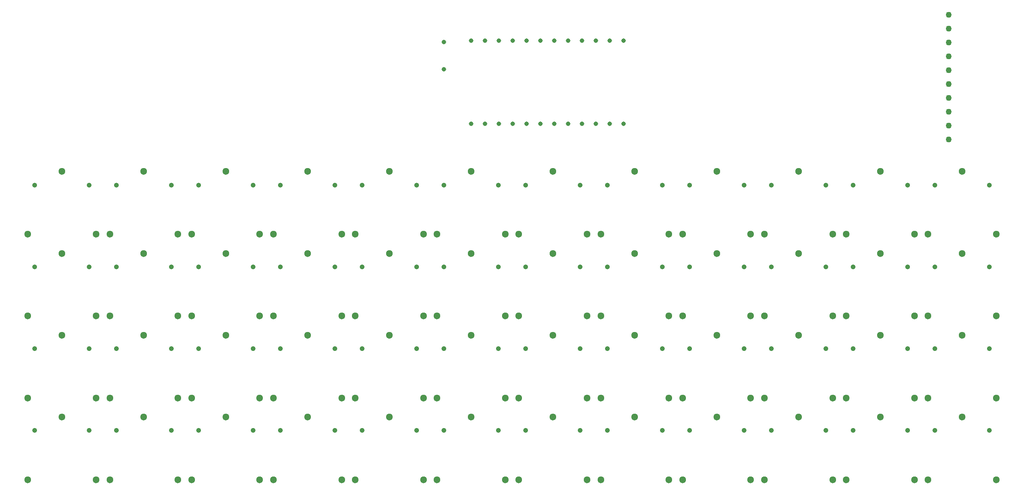
<source format=gbr>
%TF.GenerationSoftware,KiCad,Pcbnew,5.1.10*%
%TF.CreationDate,2021-12-10T20:41:10+01:00*%
%TF.ProjectId,Tastatur,54617374-6174-4757-922e-6b696361645f,rev?*%
%TF.SameCoordinates,Original*%
%TF.FileFunction,Plated,1,2,PTH,Drill*%
%TF.FilePolarity,Positive*%
%FSLAX46Y46*%
G04 Gerber Fmt 4.6, Leading zero omitted, Abs format (unit mm)*
G04 Created by KiCad (PCBNEW 5.1.10) date 2021-12-10 20:41:10*
%MOMM*%
%LPD*%
G01*
G04 APERTURE LIST*
%TA.AperFunction,ComponentDrill*%
%ADD10C,0.800000*%
%TD*%
%TA.AperFunction,ComponentDrill*%
%ADD11C,0.900000*%
%TD*%
%TA.AperFunction,ComponentDrill*%
%ADD12C,1.090000*%
%TD*%
%TA.AperFunction,ComponentDrill*%
%ADD13C,1.300000*%
%TD*%
G04 APERTURE END LIST*
D10*
%TO.C,C12*%
X145000000Y-45000000D03*
X145000000Y-50000000D03*
%TO.C,U1*%
X150000000Y-44760000D03*
X150000000Y-60000000D03*
X152540000Y-44760000D03*
X152540000Y-60000000D03*
X155080000Y-44760000D03*
X155080000Y-60000000D03*
X157620000Y-44760000D03*
X157620000Y-60000000D03*
X160160000Y-44760000D03*
X160160000Y-60000000D03*
X162700000Y-44760000D03*
X162700000Y-60000000D03*
X165240000Y-44760000D03*
X165240000Y-60000000D03*
X167780000Y-44760000D03*
X167780000Y-60000000D03*
X170320000Y-44760000D03*
X170320000Y-60000000D03*
X172860000Y-44760000D03*
X172860000Y-60000000D03*
X175400000Y-44760000D03*
X175400000Y-60000000D03*
X177940000Y-44760000D03*
X177940000Y-60000000D03*
D11*
%TO.C,SW1*%
X70000000Y-71250000D03*
%TO.C,SW13*%
X70000000Y-86250000D03*
%TO.C,SW25*%
X70000000Y-101250000D03*
%TO.C,SW37*%
X70000000Y-116250000D03*
%TO.C,SW1*%
X80000000Y-71250000D03*
%TO.C,SW13*%
X80000000Y-86250000D03*
%TO.C,SW25*%
X80000000Y-101250000D03*
%TO.C,SW37*%
X80000000Y-116250000D03*
%TO.C,SW2*%
X85000000Y-71250000D03*
%TO.C,SW14*%
X85000000Y-86250000D03*
%TO.C,SW26*%
X85000000Y-101250000D03*
%TO.C,SW38*%
X85000000Y-116250000D03*
%TO.C,SW2*%
X95000000Y-71250000D03*
%TO.C,SW14*%
X95000000Y-86250000D03*
%TO.C,SW26*%
X95000000Y-101250000D03*
%TO.C,SW38*%
X95000000Y-116250000D03*
%TO.C,SW3*%
X100000000Y-71250000D03*
%TO.C,SW15*%
X100000000Y-86250000D03*
%TO.C,SW27*%
X100000000Y-101250000D03*
%TO.C,SW39*%
X100000000Y-116250000D03*
%TO.C,SW3*%
X110000000Y-71250000D03*
%TO.C,SW15*%
X110000000Y-86250000D03*
%TO.C,SW27*%
X110000000Y-101250000D03*
%TO.C,SW39*%
X110000000Y-116250000D03*
%TO.C,SW4*%
X115000000Y-71250000D03*
%TO.C,SW16*%
X115000000Y-86250000D03*
%TO.C,SW28*%
X115000000Y-101250000D03*
%TO.C,SW40*%
X115000000Y-116250000D03*
%TO.C,SW4*%
X125000000Y-71250000D03*
%TO.C,SW16*%
X125000000Y-86250000D03*
%TO.C,SW28*%
X125000000Y-101250000D03*
%TO.C,SW40*%
X125000000Y-116250000D03*
%TO.C,SW5*%
X130000000Y-71250000D03*
%TO.C,SW17*%
X130000000Y-86250000D03*
%TO.C,SW29*%
X130000000Y-101250000D03*
%TO.C,SW41*%
X130000000Y-116250000D03*
%TO.C,SW5*%
X140000000Y-71250000D03*
%TO.C,SW17*%
X140000000Y-86250000D03*
%TO.C,SW29*%
X140000000Y-101250000D03*
%TO.C,SW41*%
X140000000Y-116250000D03*
%TO.C,SW6*%
X145000000Y-71250000D03*
%TO.C,SW18*%
X145000000Y-86250000D03*
%TO.C,SW30*%
X145000000Y-101250000D03*
%TO.C,SW42*%
X145000000Y-116250000D03*
%TO.C,SW6*%
X155000000Y-71250000D03*
%TO.C,SW18*%
X155000000Y-86250000D03*
%TO.C,SW30*%
X155000000Y-101250000D03*
%TO.C,SW42*%
X155000000Y-116250000D03*
%TO.C,SW7*%
X160000000Y-71250000D03*
%TO.C,SW19*%
X160000000Y-86250000D03*
%TO.C,SW31*%
X160000000Y-101250000D03*
%TO.C,SW43*%
X160000000Y-116250000D03*
%TO.C,SW7*%
X170000000Y-71250000D03*
%TO.C,SW19*%
X170000000Y-86250000D03*
%TO.C,SW31*%
X170000000Y-101250000D03*
%TO.C,SW43*%
X170000000Y-116250000D03*
%TO.C,SW8*%
X175000000Y-71250000D03*
%TO.C,SW20*%
X175000000Y-86250000D03*
%TO.C,SW32*%
X175000000Y-101250000D03*
%TO.C,SW44*%
X175000000Y-116250000D03*
%TO.C,SW8*%
X185000000Y-71250000D03*
%TO.C,SW20*%
X185000000Y-86250000D03*
%TO.C,SW32*%
X185000000Y-101250000D03*
%TO.C,SW44*%
X185000000Y-116250000D03*
%TO.C,SW9*%
X190000000Y-71250000D03*
%TO.C,SW21*%
X190000000Y-86250000D03*
%TO.C,SW33*%
X190000000Y-101250000D03*
%TO.C,SW45*%
X190000000Y-116250000D03*
%TO.C,SW9*%
X200000000Y-71250000D03*
%TO.C,SW21*%
X200000000Y-86250000D03*
%TO.C,SW33*%
X200000000Y-101250000D03*
%TO.C,SW45*%
X200000000Y-116250000D03*
%TO.C,SW10*%
X205000000Y-71250000D03*
%TO.C,SW22*%
X205000000Y-86250000D03*
%TO.C,SW34*%
X205000000Y-101250000D03*
%TO.C,SW46*%
X205000000Y-116250000D03*
%TO.C,SW10*%
X215000000Y-71250000D03*
%TO.C,SW22*%
X215000000Y-86250000D03*
%TO.C,SW34*%
X215000000Y-101250000D03*
%TO.C,SW46*%
X215000000Y-116250000D03*
%TO.C,SW11*%
X220000000Y-71250000D03*
%TO.C,SW23*%
X220000000Y-86250000D03*
%TO.C,SW35*%
X220000000Y-101250000D03*
%TO.C,SW47*%
X220000000Y-116250000D03*
%TO.C,SW11*%
X230000000Y-71250000D03*
%TO.C,SW23*%
X230000000Y-86250000D03*
%TO.C,SW35*%
X230000000Y-101250000D03*
%TO.C,SW47*%
X230000000Y-116250000D03*
%TO.C,SW12*%
X235000000Y-71250000D03*
%TO.C,SW24*%
X235000000Y-86250000D03*
%TO.C,SW36*%
X235000000Y-101250000D03*
%TO.C,SW48*%
X235000000Y-116250000D03*
%TO.C,SW12*%
X245000000Y-71250000D03*
%TO.C,SW24*%
X245000000Y-86250000D03*
%TO.C,SW36*%
X245000000Y-101250000D03*
%TO.C,SW48*%
X245000000Y-116250000D03*
D12*
%TO.C,X11*%
X237500000Y-40000000D03*
X237500000Y-42540000D03*
X237500000Y-45080000D03*
X237500000Y-47620000D03*
X237500000Y-50160000D03*
X237500000Y-52700000D03*
X237500000Y-55240000D03*
X237500000Y-57780000D03*
X237500000Y-60320000D03*
X237500000Y-62860000D03*
D13*
%TO.C,SW1*%
X68750000Y-80250000D03*
%TO.C,SW13*%
X68750000Y-95250000D03*
%TO.C,SW25*%
X68750000Y-110250000D03*
%TO.C,SW37*%
X68750000Y-125250000D03*
%TO.C,SW1*%
X75000000Y-68750000D03*
%TO.C,SW13*%
X75000000Y-83750000D03*
%TO.C,SW25*%
X75000000Y-98750000D03*
%TO.C,SW37*%
X75000000Y-113750000D03*
%TO.C,SW1*%
X81250000Y-80250000D03*
%TO.C,SW13*%
X81250000Y-95250000D03*
%TO.C,SW25*%
X81250000Y-110250000D03*
%TO.C,SW37*%
X81250000Y-125250000D03*
%TO.C,SW2*%
X83750000Y-80250000D03*
%TO.C,SW14*%
X83750000Y-95250000D03*
%TO.C,SW26*%
X83750000Y-110250000D03*
%TO.C,SW38*%
X83750000Y-125250000D03*
%TO.C,SW2*%
X90000000Y-68750000D03*
%TO.C,SW14*%
X90000000Y-83750000D03*
%TO.C,SW26*%
X90000000Y-98750000D03*
%TO.C,SW38*%
X90000000Y-113750000D03*
%TO.C,SW2*%
X96250000Y-80250000D03*
%TO.C,SW14*%
X96250000Y-95250000D03*
%TO.C,SW26*%
X96250000Y-110250000D03*
%TO.C,SW38*%
X96250000Y-125250000D03*
%TO.C,SW3*%
X98750000Y-80250000D03*
%TO.C,SW15*%
X98750000Y-95250000D03*
%TO.C,SW27*%
X98750000Y-110250000D03*
%TO.C,SW39*%
X98750000Y-125250000D03*
%TO.C,SW3*%
X105000000Y-68750000D03*
%TO.C,SW15*%
X105000000Y-83750000D03*
%TO.C,SW27*%
X105000000Y-98750000D03*
%TO.C,SW39*%
X105000000Y-113750000D03*
%TO.C,SW3*%
X111250000Y-80250000D03*
%TO.C,SW15*%
X111250000Y-95250000D03*
%TO.C,SW27*%
X111250000Y-110250000D03*
%TO.C,SW39*%
X111250000Y-125250000D03*
%TO.C,SW4*%
X113750000Y-80250000D03*
%TO.C,SW16*%
X113750000Y-95250000D03*
%TO.C,SW28*%
X113750000Y-110250000D03*
%TO.C,SW40*%
X113750000Y-125250000D03*
%TO.C,SW4*%
X120000000Y-68750000D03*
%TO.C,SW16*%
X120000000Y-83750000D03*
%TO.C,SW28*%
X120000000Y-98750000D03*
%TO.C,SW40*%
X120000000Y-113750000D03*
%TO.C,SW4*%
X126250000Y-80250000D03*
%TO.C,SW16*%
X126250000Y-95250000D03*
%TO.C,SW28*%
X126250000Y-110250000D03*
%TO.C,SW40*%
X126250000Y-125250000D03*
%TO.C,SW5*%
X128750000Y-80250000D03*
%TO.C,SW17*%
X128750000Y-95250000D03*
%TO.C,SW29*%
X128750000Y-110250000D03*
%TO.C,SW41*%
X128750000Y-125250000D03*
%TO.C,SW5*%
X135000000Y-68750000D03*
%TO.C,SW17*%
X135000000Y-83750000D03*
%TO.C,SW29*%
X135000000Y-98750000D03*
%TO.C,SW41*%
X135000000Y-113750000D03*
%TO.C,SW5*%
X141250000Y-80250000D03*
%TO.C,SW17*%
X141250000Y-95250000D03*
%TO.C,SW29*%
X141250000Y-110250000D03*
%TO.C,SW41*%
X141250000Y-125250000D03*
%TO.C,SW6*%
X143750000Y-80250000D03*
%TO.C,SW18*%
X143750000Y-95250000D03*
%TO.C,SW30*%
X143750000Y-110250000D03*
%TO.C,SW42*%
X143750000Y-125250000D03*
%TO.C,SW6*%
X150000000Y-68750000D03*
%TO.C,SW18*%
X150000000Y-83750000D03*
%TO.C,SW30*%
X150000000Y-98750000D03*
%TO.C,SW42*%
X150000000Y-113750000D03*
%TO.C,SW6*%
X156250000Y-80250000D03*
%TO.C,SW18*%
X156250000Y-95250000D03*
%TO.C,SW30*%
X156250000Y-110250000D03*
%TO.C,SW42*%
X156250000Y-125250000D03*
%TO.C,SW7*%
X158750000Y-80250000D03*
%TO.C,SW19*%
X158750000Y-95250000D03*
%TO.C,SW31*%
X158750000Y-110250000D03*
%TO.C,SW43*%
X158750000Y-125250000D03*
%TO.C,SW7*%
X165000000Y-68750000D03*
%TO.C,SW19*%
X165000000Y-83750000D03*
%TO.C,SW31*%
X165000000Y-98750000D03*
%TO.C,SW43*%
X165000000Y-113750000D03*
%TO.C,SW7*%
X171250000Y-80250000D03*
%TO.C,SW19*%
X171250000Y-95250000D03*
%TO.C,SW31*%
X171250000Y-110250000D03*
%TO.C,SW43*%
X171250000Y-125250000D03*
%TO.C,SW8*%
X173750000Y-80250000D03*
%TO.C,SW20*%
X173750000Y-95250000D03*
%TO.C,SW32*%
X173750000Y-110250000D03*
%TO.C,SW44*%
X173750000Y-125250000D03*
%TO.C,SW8*%
X180000000Y-68750000D03*
%TO.C,SW20*%
X180000000Y-83750000D03*
%TO.C,SW32*%
X180000000Y-98750000D03*
%TO.C,SW44*%
X180000000Y-113750000D03*
%TO.C,SW8*%
X186250000Y-80250000D03*
%TO.C,SW20*%
X186250000Y-95250000D03*
%TO.C,SW32*%
X186250000Y-110250000D03*
%TO.C,SW44*%
X186250000Y-125250000D03*
%TO.C,SW9*%
X188750000Y-80250000D03*
%TO.C,SW21*%
X188750000Y-95250000D03*
%TO.C,SW33*%
X188750000Y-110250000D03*
%TO.C,SW45*%
X188750000Y-125250000D03*
%TO.C,SW9*%
X195000000Y-68750000D03*
%TO.C,SW21*%
X195000000Y-83750000D03*
%TO.C,SW33*%
X195000000Y-98750000D03*
%TO.C,SW45*%
X195000000Y-113750000D03*
%TO.C,SW9*%
X201250000Y-80250000D03*
%TO.C,SW21*%
X201250000Y-95250000D03*
%TO.C,SW33*%
X201250000Y-110250000D03*
%TO.C,SW45*%
X201250000Y-125250000D03*
%TO.C,SW10*%
X203750000Y-80250000D03*
%TO.C,SW22*%
X203750000Y-95250000D03*
%TO.C,SW34*%
X203750000Y-110250000D03*
%TO.C,SW46*%
X203750000Y-125250000D03*
%TO.C,SW10*%
X210000000Y-68750000D03*
%TO.C,SW22*%
X210000000Y-83750000D03*
%TO.C,SW34*%
X210000000Y-98750000D03*
%TO.C,SW46*%
X210000000Y-113750000D03*
%TO.C,SW10*%
X216250000Y-80250000D03*
%TO.C,SW22*%
X216250000Y-95250000D03*
%TO.C,SW34*%
X216250000Y-110250000D03*
%TO.C,SW46*%
X216250000Y-125250000D03*
%TO.C,SW11*%
X218750000Y-80250000D03*
%TO.C,SW23*%
X218750000Y-95250000D03*
%TO.C,SW35*%
X218750000Y-110250000D03*
%TO.C,SW47*%
X218750000Y-125250000D03*
%TO.C,SW11*%
X225000000Y-68750000D03*
%TO.C,SW23*%
X225000000Y-83750000D03*
%TO.C,SW35*%
X225000000Y-98750000D03*
%TO.C,SW47*%
X225000000Y-113750000D03*
%TO.C,SW11*%
X231250000Y-80250000D03*
%TO.C,SW23*%
X231250000Y-95250000D03*
%TO.C,SW35*%
X231250000Y-110250000D03*
%TO.C,SW47*%
X231250000Y-125250000D03*
%TO.C,SW12*%
X233750000Y-80250000D03*
%TO.C,SW24*%
X233750000Y-95250000D03*
%TO.C,SW36*%
X233750000Y-110250000D03*
%TO.C,SW48*%
X233750000Y-125250000D03*
%TO.C,SW12*%
X240000000Y-68750000D03*
%TO.C,SW24*%
X240000000Y-83750000D03*
%TO.C,SW36*%
X240000000Y-98750000D03*
%TO.C,SW48*%
X240000000Y-113750000D03*
%TO.C,SW12*%
X246250000Y-80250000D03*
%TO.C,SW24*%
X246250000Y-95250000D03*
%TO.C,SW36*%
X246250000Y-110250000D03*
%TO.C,SW48*%
X246250000Y-125250000D03*
M02*

</source>
